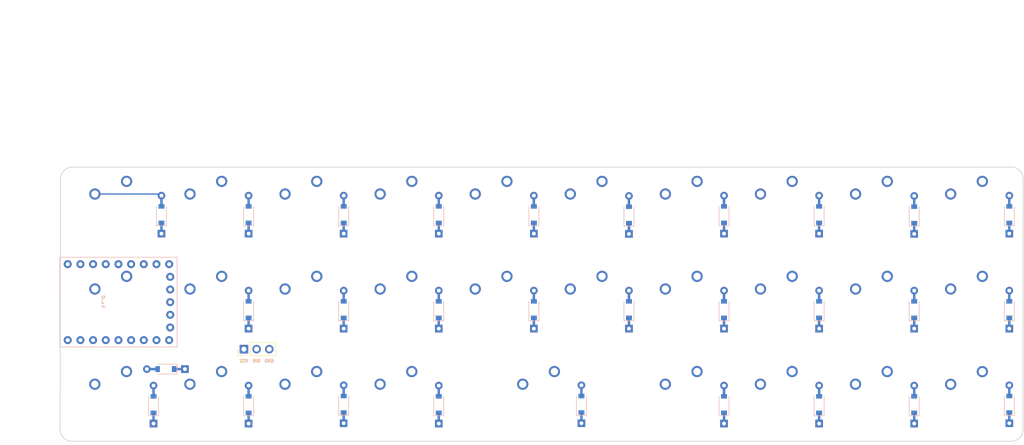
<source format=kicad_pcb>
(kicad_pcb (version 20211014) (generator pcbnew)
  (layers (0 "F.Cu" signal) (31 "B.Cu" signal) (34 "B.Paste" user) (35 "F.Paste" user) (36 "B.SilkS" user "B.Silkscreen") (37 "F.SilkS" user "F.Silkscreen") (38 "B.Mask" user) (39 "F.Mask" user) (44 "Edge.Cuts" user))
  (net 0 "")
  (net 1 "/row0")
  (net 2 "Net-(D1-Pad2)")
  (net 3 "Net-(D2-Pad2)")
  (net 4 "Net-(D3-Pad2)")
  (net 5 "Net-(D4-Pad2)")
  (net 6 "Net-(D5-Pad2)")
  (net 7 "Net-(D6-Pad2)")
  (net 8 "Net-(D7-Pad2)")
  (net 9 "Net-(D8-Pad2)")
  (net 10 "Net-(D9-Pad2)")
  (net 11 "Net-(D10-Pad2)")
  (net 12 "/row1")
  (net 13 "Net-(D11-Pad2)")
  (net 14 "Net-(D12-Pad2)")
  (net 15 "Net-(D13-Pad2)")
  (net 16 "Net-(D14-Pad2)")
  (net 17 "Net-(D15-Pad2)")
  (net 18 "Net-(D16-Pad2)")
  (net 19 "Net-(D17-Pad2)")
  (net 20 "Net-(D18-Pad2)")
  (net 21 "Net-(D19-Pad2)")
  (net 22 "Net-(D20-Pad2)")
  (net 23 "/row2")
  (net 24 "Net-(K25-Pad1)")
  (net 25 "Net-(D26-Pad2)")
  (net 26 "Net-(D27-Pad2)")
  (net 27 "Net-(D28-Pad2)")
  (net 28 "/col0")
  (net 29 "/col1")
  (net 30 "/col2")
  (net 31 "/col3")
  (net 32 "/col4")
  (net 33 "/col5")
  (net 34 "/col6")
  (net 35 "/col8")
  (net 36 "/col9")
  (net 37 "GND")
  (net 38 "VCC")
  (net 39 "/col7")
  (net 40 "RGB")
  (net 42 "Net-(D21-Pad2)")
  (net 43 "Net-(D22-Pad2)")
  (net 44 "Net-(D23-Pad2)")
  (net 45 "Net-(D24-Pad2)")
  (net 46 "Net-(D29-Pad2)")
  (net 52 "+3V3")
  (net 53 "+5V")
  (footprint "MX_Alps_Hybrid:MXOnly-1U-NoLED" (layer "F.Cu") (at 76.2 109.5375)
    (fp_text reference "K1")
    (fp_text value "KEYSW")
    (pad "" np_thru_hole circle locked (at 0 0) (size 3.9878 3.9878) (drill 3.9878) (layers *.Cu *.Mask))
    (pad "" np_thru_hole circle locked (at -5.08 0 48.0996) (size 1.75 1.75) (drill 1.75) (layers *.Cu *.Mask))
    (pad "" np_thru_hole circle locked (at 5.08 0 48.0996) (size 1.75 1.75) (drill 1.75) (layers *.Cu *.Mask))
    (pad "1" thru_hole circle locked (at -3.81 -2.54) (size 2.25 2.25) (drill 1.47) (layers *.Cu "B.Mask") (net 2 "Net-(D1-Pad2)"))
    (pad "2" thru_hole circle locked (at 2.54 -5.08) (size 2.25 2.25) (drill 1.47) (layers *.Cu "B.Mask") (net 28 "/col0"))
  )
  (footprint "MX_Alps_Hybrid:MXOnly-1U-NoLED" (layer "F.Cu") (at 95.25 109.5375)
    (fp_text reference "K2")
    (fp_text value "KEYSW")
    (pad "" np_thru_hole circle locked (at 0 0) (size 3.9878 3.9878) (drill 3.9878) (layers *.Cu *.Mask))
    (pad "" np_thru_hole circle locked (at 5.08 0 48.0996) (size 1.75 1.75) (drill 1.75) (layers *.Cu *.Mask))
    (pad "" np_thru_hole circle locked (at -5.08 0 48.0996) (size 1.75 1.75) (drill 1.75) (layers *.Cu *.Mask))
    (pad "1" thru_hole circle locked (at -3.81 -2.54) (size 2.25 2.25) (drill 1.47) (layers *.Cu "B.Mask") (net 3 "Net-(D2-Pad2)"))
    (pad "2" thru_hole circle locked (at 2.54 -5.08) (size 2.25 2.25) (drill 1.47) (layers *.Cu "B.Mask") (net 29 "/col1"))
  )
  (footprint "MX_Alps_Hybrid:MXOnly-1U-NoLED" (layer "F.Cu") (at 114.3 109.5375)
    (fp_text reference "K3")
    (fp_text value "KEYSW")
    (pad "" np_thru_hole circle locked (at 5.08 0 48.0996) (size 1.75 1.75) (drill 1.75) (layers *.Cu *.Mask))
    (pad "" np_thru_hole circle locked (at 0 0) (size 3.9878 3.9878) (drill 3.9878) (layers *.Cu *.Mask))
    (pad "" np_thru_hole circle locked (at -5.08 0 48.0996) (size 1.75 1.75) (drill 1.75) (layers *.Cu *.Mask))
    (pad "1" thru_hole circle locked (at -3.81 -2.54) (size 2.25 2.25) (drill 1.47) (layers *.Cu "B.Mask") (net 4 "Net-(D3-Pad2)"))
    (pad "2" thru_hole circle locked (at 2.54 -5.08) (size 2.25 2.25) (drill 1.47) (layers *.Cu "B.Mask") (net 30 "/col2"))
  )
  (footprint "MX_Alps_Hybrid:MXOnly-1U-NoLED" (layer "F.Cu") (at 133.35 109.5375)
    (fp_text reference "K4")
    (fp_text value "KEYSW")
    (pad "" np_thru_hole circle locked (at 5.08 0 48.0996) (size 1.75 1.75) (drill 1.75) (layers *.Cu *.Mask))
    (pad "" np_thru_hole circle locked (at 0 0) (size 3.9878 3.9878) (drill 3.9878) (layers *.Cu *.Mask))
    (pad "" np_thru_hole circle locked (at -5.08 0 48.0996) (size 1.75 1.75) (drill 1.75) (layers *.Cu *.Mask))
    (pad "1" thru_hole circle locked (at -3.81 -2.54) (size 2.25 2.25) (drill 1.47) (layers *.Cu "B.Mask") (net 5 "Net-(D4-Pad2)"))
    (pad "2" thru_hole circle locked (at 2.54 -5.08) (size 2.25 2.25) (drill 1.47) (layers *.Cu "B.Mask") (net 31 "/col3"))
  )
  (footprint "MX_Alps_Hybrid:MXOnly-1U-NoLED" (layer "F.Cu") (at 152.4 109.5375)
    (fp_text reference "K5")
    (fp_text value "KEYSW")
    (pad "" np_thru_hole circle locked (at 5.08 0 48.0996) (size 1.75 1.75) (drill 1.75) (layers *.Cu *.Mask))
    (pad "" np_thru_hole circle locked (at -5.08 0 48.0996) (size 1.75 1.75) (drill 1.75) (layers *.Cu *.Mask))
    (pad "" np_thru_hole circle locked (at 0 0) (size 3.9878 3.9878) (drill 3.9878) (layers *.Cu *.Mask))
    (pad "1" thru_hole circle locked (at -3.81 -2.54) (size 2.25 2.25) (drill 1.47) (layers *.Cu "B.Mask") (net 6 "Net-(D5-Pad2)"))
    (pad "2" thru_hole circle locked (at 2.54 -5.08) (size 2.25 2.25) (drill 1.47) (layers *.Cu "B.Mask") (net 32 "/col4"))
  )
  (footprint "MX_Alps_Hybrid:MXOnly-1U-NoLED" (layer "F.Cu") (at 171.45 109.5375)
    (fp_text reference "K6")
    (fp_text value "KEYSW")
    (pad "" np_thru_hole circle locked (at 5.08 0 48.0996) (size 1.75 1.75) (drill 1.75) (layers *.Cu *.Mask))
    (pad "" np_thru_hole circle locked (at 0 0) (size 3.9878 3.9878) (drill 3.9878) (layers *.Cu *.Mask))
    (pad "" np_thru_hole circle locked (at -5.08 0 48.0996) (size 1.75 1.75) (drill 1.75) (layers *.Cu *.Mask))
    (pad "1" thru_hole circle locked (at -3.81 -2.54) (size 2.25 2.25) (drill 1.47) (layers *.Cu "B.Mask") (net 7 "Net-(D6-Pad2)"))
    (pad "2" thru_hole circle locked (at 2.54 -5.08) (size 2.25 2.25) (drill 1.47) (layers *.Cu "B.Mask") (net 33 "/col5"))
  )
  (footprint "MX_Alps_Hybrid:MXOnly-1U-NoLED" (layer "F.Cu") (at 190.5 109.5375)
    (fp_text reference "K7")
    (fp_text value "KEYSW")
    (pad "" np_thru_hole circle locked (at -5.08 0 48.0996) (size 1.75 1.75) (drill 1.75) (layers *.Cu *.Mask))
    (pad "" np_thru_hole circle locked (at 0 0) (size 3.9878 3.9878) (drill 3.9878) (layers *.Cu *.Mask))
    (pad "" np_thru_hole circle locked (at 5.08 0 48.0996) (size 1.75 1.75) (drill 1.75) (layers *.Cu *.Mask))
    (pad "1" thru_hole circle locked (at -3.81 -2.54) (size 2.25 2.25) (drill 1.47) (layers *.Cu "B.Mask") (net 8 "Net-(D7-Pad2)"))
    (pad "2" thru_hole circle locked (at 2.54 -5.08) (size 2.25 2.25) (drill 1.47) (layers *.Cu "B.Mask") (net 34 "/col6"))
  )
  (footprint "MX_Alps_Hybrid:MXOnly-1U-NoLED" (layer "F.Cu") (at 209.55 109.5375)
    (fp_text reference "K8")
    (fp_text value "KEYSW")
    (pad "" np_thru_hole circle locked (at 5.08 0 48.0996) (size 1.75 1.75) (drill 1.75) (layers *.Cu *.Mask))
    (pad "" np_thru_hole circle locked (at -5.08 0 48.0996) (size 1.75 1.75) (drill 1.75) (layers *.Cu *.Mask))
    (pad "" np_thru_hole circle locked (at 0 0) (size 3.9878 3.9878) (drill 3.9878) (layers *.Cu *.Mask))
    (pad "1" thru_hole circle locked (at -3.81 -2.54) (size 2.25 2.25) (drill 1.47) (layers *.Cu "B.Mask") (net 9 "Net-(D8-Pad2)"))
    (pad "2" thru_hole circle locked (at 2.54 -5.08) (size 2.25 2.25) (drill 1.47) (layers *.Cu "B.Mask") (net 39 "/col7"))
  )
  (footprint "MX_Alps_Hybrid:MXOnly-1U-NoLED" (layer "F.Cu") (at 228.6 109.5375)
    (fp_text reference "K9")
    (fp_text value "KEYSW")
    (pad "" np_thru_hole circle locked (at -5.08 0 48.0996) (size 1.75 1.75) (drill 1.75) (layers *.Cu *.Mask))
    (pad "" np_thru_hole circle locked (at 5.08 0 48.0996) (size 1.75 1.75) (drill 1.75) (layers *.Cu *.Mask))
    (pad "" np_thru_hole circle locked (at 0 0) (size 3.9878 3.9878) (drill 3.9878) (layers *.Cu *.Mask))
    (pad "1" thru_hole circle locked (at -3.81 -2.54) (size 2.25 2.25) (drill 1.47) (layers *.Cu "B.Mask") (net 10 "Net-(D9-Pad2)"))
    (pad "2" thru_hole circle locked (at 2.54 -5.08) (size 2.25 2.25) (drill 1.47) (layers *.Cu "B.Mask") (net 35 "/col8"))
  )
  (footprint "MX_Alps_Hybrid:MXOnly-1U-NoLED" (layer "F.Cu") (at 247.65 109.5375)
    (fp_text reference "K10")
    (fp_text value "KEYSW")
    (pad "" np_thru_hole circle locked (at 0 0) (size 3.9878 3.9878) (drill 3.9878) (layers *.Cu *.Mask))
    (pad "" np_thru_hole circle locked (at -5.08 0 48.0996) (size 1.75 1.75) (drill 1.75) (layers *.Cu *.Mask))
    (pad "" np_thru_hole circle locked (at 5.08 0 48.0996) (size 1.75 1.75) (drill 1.75) (layers *.Cu *.Mask))
    (pad "1" thru_hole circle locked (at -3.81 -2.54) (size 2.25 2.25) (drill 1.47) (layers *.Cu "B.Mask") (net 11 "Net-(D10-Pad2)"))
    (pad "2" thru_hole circle locked (at 2.54 -5.08) (size 2.25 2.25) (drill 1.47) (layers *.Cu "B.Mask") (net 36 "/col9"))
  )
  (footprint "MX_Alps_Hybrid:MXOnly-1U-NoLED" (layer "F.Cu") (at 76.2 128.5875)
    (fp_text reference "K11")
    (fp_text value "KEYSW")
    (pad "" np_thru_hole circle locked (at 0 0) (size 3.9878 3.9878) (drill 3.9878) (layers *.Cu *.Mask))
    (pad "" np_thru_hole circle locked (at 5.08 0 48.0996) (size 1.75 1.75) (drill 1.75) (layers *.Cu *.Mask))
    (pad "" np_thru_hole circle locked (at -5.08 0 48.0996) (size 1.75 1.75) (drill 1.75) (layers *.Cu *.Mask))
    (pad "1" thru_hole circle locked (at -3.81 -2.54) (size 2.25 2.25) (drill 1.47) (layers *.Cu "B.Mask") (net 13 "Net-(D11-Pad2)"))
    (pad "2" thru_hole circle locked (at 2.54 -5.08) (size 2.25 2.25) (drill 1.47) (layers *.Cu "B.Mask") (net 28 "/col0"))
  )
  (footprint "MX_Alps_Hybrid:MXOnly-1U-NoLED" (layer "F.Cu") (at 95.25 128.5875)
    (fp_text reference "K12")
    (fp_text value "KEYSW")
    (pad "" np_thru_hole circle locked (at 5.08 0 48.0996) (size 1.75 1.75) (drill 1.75) (layers *.Cu *.Mask))
    (pad "" np_thru_hole circle locked (at 0 0) (size 3.9878 3.9878) (drill 3.9878) (layers *.Cu *.Mask))
    (pad "" np_thru_hole circle locked (at -5.08 0 48.0996) (size 1.75 1.75) (drill 1.75) (layers *.Cu *.Mask))
    (pad "1" thru_hole circle locked (at -3.81 -2.54) (size 2.25 2.25) (drill 1.47) (layers *.Cu "B.Mask") (net 14 "Net-(D12-Pad2)"))
    (pad "2" thru_hole circle locked (at 2.54 -5.08) (size 2.25 2.25) (drill 1.47) (layers *.Cu "B.Mask") (net 29 "/col1"))
  )
  (footprint "MX_Alps_Hybrid:MXOnly-1U-NoLED" (layer "F.Cu") (at 114.3 128.5875)
    (fp_text reference "K13")
    (fp_text value "KEYSW")
    (pad "" np_thru_hole circle locked (at 0 0) (size 3.9878 3.9878) (drill 3.9878) (layers *.Cu *.Mask))
    (pad "" np_thru_hole circle locked (at 5.08 0 48.0996) (size 1.75 1.75) (drill 1.75) (layers *.Cu *.Mask))
    (pad "" np_thru_hole circle locked (at -5.08 0 48.0996) (size 1.75 1.75) (drill 1.75) (layers *.Cu *.Mask))
    (pad "1" thru_hole circle locked (at -3.81 -2.54) (size 2.25 2.25) (drill 1.47) (layers *.Cu "B.Mask") (net 15 "Net-(D13-Pad2)"))
    (pad "2" thru_hole circle locked (at 2.54 -5.08) (size 2.25 2.25) (drill 1.47) (layers *.Cu "B.Mask") (net 30 "/col2"))
  )
  (footprint "MX_Alps_Hybrid:MXOnly-1U-NoLED" (layer "F.Cu") (at 133.35 128.5875)
    (fp_text reference "K14")
    (fp_text value "KEYSW")
    (pad "" np_thru_hole circle locked (at 0 0) (size 3.9878 3.9878) (drill 3.9878) (layers *.Cu *.Mask))
    (pad "" np_thru_hole circle locked (at -5.08 0 48.0996) (size 1.75 1.75) (drill 1.75) (layers *.Cu *.Mask))
    (pad "" np_thru_hole circle locked (at 5.08 0 48.0996) (size 1.75 1.75) (drill 1.75) (layers *.Cu *.Mask))
    (pad "1" thru_hole circle locked (at -3.81 -2.54) (size 2.25 2.25) (drill 1.47) (layers *.Cu "B.Mask") (net 16 "Net-(D14-Pad2)"))
    (pad "2" thru_hole circle locked (at 2.54 -5.08) (size 2.25 2.25) (drill 1.47) (layers *.Cu "B.Mask") (net 31 "/col3"))
  )
  (footprint "MX_Alps_Hybrid:MXOnly-1U-NoLED" (layer "F.Cu") (at 152.4 128.5875)
    (fp_text reference "K15")
    (fp_text value "KEYSW")
    (pad "" np_thru_hole circle locked (at 5.08 0 48.0996) (size 1.75 1.75) (drill 1.75) (layers *.Cu *.Mask))
    (pad "" np_thru_hole circle locked (at -5.08 0 48.0996) (size 1.75 1.75) (drill 1.75) (layers *.Cu *.Mask))
    (pad "" np_thru_hole circle locked (at 0 0) (size 3.9878 3.9878) (drill 3.9878) (layers *.Cu *.Mask))
    (pad "1" thru_hole circle locked (at -3.81 -2.54) (size 2.25 2.25) (drill 1.47) (layers *.Cu "B.Mask") (net 17 "Net-(D15-Pad2)"))
    (pad "2" thru_hole circle locked (at 2.54 -5.08) (size 2.25 2.25) (drill 1.47) (layers *.Cu "B.Mask") (net 32 "/col4"))
  )
  (footprint "MX_Alps_Hybrid:MXOnly-1U-NoLED" (layer "F.Cu") (at 171.45 128.5875)
    (fp_text reference "K16")
    (fp_text value "KEYSW")
    (pad "" np_thru_hole circle locked (at 5.08 0 48.0996) (size 1.75 1.75) (drill 1.75) (layers *.Cu *.Mask))
    (pad "" np_thru_hole circle locked (at -5.08 0 48.0996) (size 1.75 1.75) (drill 1.75) (layers *.Cu *.Mask))
    (pad "" np_thru_hole circle locked (at 0 0) (size 3.9878 3.9878) (drill 3.9878) (layers *.Cu *.Mask))
    (pad "1" thru_hole circle locked (at -3.81 -2.54) (size 2.25 2.25) (drill 1.47) (layers *.Cu "B.Mask") (net 18 "Net-(D16-Pad2)"))
    (pad "2" thru_hole circle locked (at 2.54 -5.08) (size 2.25 2.25) (drill 1.47) (layers *.Cu "B.Mask") (net 33 "/col5"))
  )
  (footprint "MX_Alps_Hybrid:MXOnly-1U-NoLED" (layer "F.Cu") (at 190.5 128.5875)
    (fp_text reference "K17")
    (fp_text value "KEYSW")
    (pad "" np_thru_hole circle locked (at -5.08 0 48.0996) (size 1.75 1.75) (drill 1.75) (layers *.Cu *.Mask))
    (pad "" np_thru_hole circle locked (at 5.08 0 48.0996) (size 1.75 1.75) (drill 1.75) (layers *.Cu *.Mask))
    (pad "" np_thru_hole circle locked (at 0 0) (size 3.9878 3.9878) (drill 3.9878) (layers *.Cu *.Mask))
    (pad "1" thru_hole circle locked (at -3.81 -2.54) (size 2.25 2.25) (drill 1.47) (layers *.Cu "B.Mask") (net 19 "Net-(D17-Pad2)"))
    (pad "2" thru_hole circle locked (at 2.54 -5.08) (size 2.25 2.25) (drill 1.47) (layers *.Cu "B.Mask") (net 34 "/col6"))
  )
  (footprint "MX_Alps_Hybrid:MXOnly-1U-NoLED" (layer "F.Cu") (at 209.55 128.5875)
    (fp_text reference "K18")
    (fp_text value "KEYSW")
    (pad "" np_thru_hole circle locked (at -5.08 0 48.0996) (size 1.75 1.75) (drill 1.75) (layers *.Cu *.Mask))
    (pad "" np_thru_hole circle locked (at 5.08 0 48.0996) (size 1.75 1.75) (drill 1.75) (layers *.Cu *.Mask))
    (pad "" np_thru_hole circle locked (at 0 0) (size 3.9878 3.9878) (drill 3.9878) (layers *.Cu *.Mask))
    (pad "1" thru_hole circle locked (at -3.81 -2.54) (size 2.25 2.25) (drill 1.47) (layers *.Cu "B.Mask") (net 20 "Net-(D18-Pad2)"))
    (pad "2" thru_hole circle locked (at 2.54 -5.08) (size 2.25 2.25) (drill 1.47) (layers *.Cu "B.Mask") (net 39 "/col7"))
  )
  (footprint "MX_Alps_Hybrid:MXOnly-1U-NoLED" (layer "F.Cu") (at 228.6 128.5875)
    (fp_text reference "K19")
    (fp_text value "KEYSW")
    (pad "" np_thru_hole circle locked (at 5.08 0 48.0996) (size 1.75 1.75) (drill 1.75) (layers *.Cu *.Mask))
    (pad "" np_thru_hole circle locked (at 0 0) (size 3.9878 3.9878) (drill 3.9878) (layers *.Cu *.Mask))
    (pad "" np_thru_hole circle locked (at -5.08 0 48.0996) (size 1.75 1.75) (drill 1.75) (layers *.Cu *.Mask))
    (pad "1" thru_hole circle locked (at -3.81 -2.54) (size 2.25 2.25) (drill 1.47) (layers *.Cu "B.Mask") (net 21 "Net-(D19-Pad2)"))
    (pad "2" thru_hole circle locked (at 2.54 -5.08) (size 2.25 2.25) (drill 1.47) (layers *.Cu "B.Mask") (net 35 "/col8"))
  )
  (footprint "MX_Alps_Hybrid:MXOnly-1U-NoLED" (layer "F.Cu") (at 247.65 128.5875)
    (fp_text reference "K20")
    (fp_text value "KEYSW")
    (pad "" np_thru_hole circle locked (at -5.08 0 48.0996) (size 1.75 1.75) (drill 1.75) (layers *.Cu *.Mask))
    (pad "" np_thru_hole circle locked (at 0 0) (size 3.9878 3.9878) (drill 3.9878) (layers *.Cu *.Mask))
    (pad "" np_thru_hole circle locked (at 5.08 0 48.0996) (size 1.75 1.75) (drill 1.75) (layers *.Cu *.Mask))
    (pad "1" thru_hole circle locked (at -3.81 -2.54) (size 2.25 2.25) (drill 1.47) (layers *.Cu "B.Mask") (net 22 "Net-(D20-Pad2)"))
    (pad "2" thru_hole circle locked (at 2.54 -5.08) (size 2.25 2.25) (drill 1.47) (layers *.Cu "B.Mask") (net 36 "/col9"))
  )
  (footprint "MX_Alps_Hybrid:MXOnly-1U-NoLED" (layer "F.Cu") (at 76.1869 147.6812)
    (fp_text reference "K21")
    (fp_text value "KEYSW")
    (pad "" np_thru_hole circle locked (at -5.08 0 48.0996) (size 1.75 1.75) (drill 1.75) (layers *.Cu *.Mask))
    (pad "" np_thru_hole circle locked (at 0 0) (size 3.9878 3.9878) (drill 3.9878) (layers *.Cu *.Mask))
    (pad "" np_thru_hole circle locked (at 5.08 0 48.0996) (size 1.75 1.75) (drill 1.75) (layers *.Cu *.Mask))
    (pad "1" thru_hole circle locked (at -3.81 -2.54) (size 2.25 2.25) (drill 1.47) (layers *.Cu "B.Mask") (net 42 "Net-(D21-Pad2)"))
    (pad "2" thru_hole circle locked (at 2.54 -5.08) (size 2.25 2.25) (drill 1.47) (layers *.Cu "B.Mask") (net 28 "/col0"))
  )
  (footprint "MX_Alps_Hybrid:MXOnly-1U-NoLED" (layer "F.Cu") (at 95.2369 147.6812)
    (fp_text reference "K22")
    (fp_text value "KEYSW")
    (pad "" np_thru_hole circle locked (at 0 0) (size 3.9878 3.9878) (drill 3.9878) (layers *.Cu *.Mask))
    (pad "" np_thru_hole circle locked (at -5.08 0 48.0996) (size 1.75 1.75) (drill 1.75) (layers *.Cu *.Mask))
    (pad "" np_thru_hole circle locked (at 5.08 0 48.0996) (size 1.75 1.75) (drill 1.75) (layers *.Cu *.Mask))
    (pad "1" thru_hole circle locked (at -3.81 -2.54) (size 2.25 2.25) (drill 1.47) (layers *.Cu "B.Mask") (net 43 "Net-(D22-Pad2)"))
    (pad "2" thru_hole circle locked (at 2.54 -5.08) (size 2.25 2.25) (drill 1.47) (layers *.Cu "B.Mask") (net 29 "/col1"))
  )
  (footprint "MX_Alps_Hybrid:MXOnly-1U-NoLED" (layer "F.Cu") (at 114.2869 147.6812)
    (fp_text reference "K23")
    (fp_text value "KEYSW")
    (pad "" np_thru_hole circle locked (at 0 0) (size 3.9878 3.9878) (drill 3.9878) (layers *.Cu *.Mask))
    (pad "" np_thru_hole circle locked (at 5.08 0 48.0996) (size 1.75 1.75) (drill 1.75) (layers *.Cu *.Mask))
    (pad "" np_thru_hole circle locked (at -5.08 0 48.0996) (size 1.75 1.75) (drill 1.75) (layers *.Cu *.Mask))
    (pad "1" thru_hole circle locked (at -3.81 -2.54) (size 2.25 2.25) (drill 1.47) (layers *.Cu "B.Mask") (net 44 "Net-(D23-Pad2)"))
    (pad "2" thru_hole circle locked (at 2.54 -5.08) (size 2.25 2.25) (drill 1.47) (layers *.Cu "B.Mask") (net 30 "/col2"))
  )
  (footprint "MX_Alps_Hybrid:MXOnly-1U-NoLED" (layer "F.Cu") (at 133.3369 147.6812)
    (fp_text reference "K24")
    (fp_text value "KEYSW")
    (pad "" np_thru_hole circle locked (at 5.08 0 48.0996) (size 1.75 1.75) (drill 1.75) (layers *.Cu *.Mask))
    (pad "" np_thru_hole circle locked (at -5.08 0 48.0996) (size 1.75 1.75) (drill 1.75) (layers *.Cu *.Mask))
    (pad "" np_thru_hole circle locked (at 0 0) (size 3.9878 3.9878) (drill 3.9878) (layers *.Cu *.Mask))
    (pad "1" thru_hole circle locked (at -3.81 -2.54) (size 2.25 2.25) (drill 1.47) (layers *.Cu "B.Mask") (net 45 "Net-(D24-Pad2)"))
    (pad "2" thru_hole circle locked (at 2.54 -5.08) (size 2.25 2.25) (drill 1.47) (layers *.Cu "B.Mask") (net 31 "/col3"))
  )
  (footprint "MX_Alps_Hybrid:MXOnly-2U-ReversedStabilizers-NoLED" (layer "F.Cu") (at 161.9119 147.6812)
    (fp_text reference "K25")
    (fp_text value "KEYSW")
    (pad "" np_thru_hole circle locked (at 11.90625 -8.255) (size 3.9878 3.9878) (drill 3.9878) (layers *.Cu *.Mask))
    (pad "" np_thru_hole circle locked (at 11.90625 6.985) (size 3.048 3.048) (drill 3.048) (layers *.Cu *.Mask))
    (pad "" np_thru_hole circle locked (at -11.90625 6.985) (size 3.048 3.048) (drill 3.048) (layers *.Cu *.Mask))
    (pad "" np_thru_hole circle locked (at -5.08 0 48.0996) (size 1.75 1.75) (drill 1.75) (layers *.Cu *.Mask))
    (pad "" np_thru_hole circle locked (at 0 0) (size 3.9878 3.9878) (drill 3.9878) (layers *.Cu *.Mask))
    (pad "" np_thru_hole circle locked (at 5.08 0 48.0996) (size 1.75 1.75) (drill 1.75) (layers *.Cu *.Mask))
    (pad "" np_thru_hole circle locked (at -11.90625 -8.255) (size 3.9878 3.9878) (drill 3.9878) (layers *.Cu *.Mask))
    (pad "1" thru_hole circle locked (at -3.81 -2.54) (size 2.25 2.25) (drill 1.47) (layers *.Cu "B.Mask") (net 24 "Net-(K25-Pad1)"))
    (pad "2" thru_hole circle locked (at 2.54 -5.08) (size 2.25 2.25) (drill 1.47) (layers *.Cu "B.Mask") (net 33 "/col5"))
  )
  (footprint "MX_Alps_Hybrid:MXOnly-1U-NoLED" (layer "F.Cu") (at 190.4869 147.6812)
    (fp_text reference "K26")
    (fp_text value "KEYSW")
    (pad "" np_thru_hole circle locked (at 0 0) (size 3.9878 3.9878) (drill 3.9878) (layers *.Cu *.Mask))
    (pad "" np_thru_hole circle locked (at -5.08 0 48.0996) (size 1.75 1.75) (drill 1.75) (layers *.Cu *.Mask))
    (pad "" np_thru_hole circle locked (at 5.08 0 48.0996) (size 1.75 1.75) (drill 1.75) (layers *.Cu *.Mask))
    (pad "1" thru_hole circle locked (at -3.81 -2.54) (size 2.25 2.25) (drill 1.47) (layers *.Cu "B.Mask") (net 25 "Net-(D26-Pad2)"))
    (pad "2" thru_hole circle locked (at 2.54 -5.08) (size 2.25 2.25) (drill 1.47) (layers *.Cu "B.Mask") (net 34 "/col6"))
  )
  (footprint "MX_Alps_Hybrid:MXOnly-1U-NoLED" (layer "F.Cu") (at 209.5369 147.6812)
    (fp_text reference "K27")
    (fp_text value "KEYSW")
    (pad "" np_thru_hole circle locked (at 0 0) (size 3.9878 3.9878) (drill 3.9878) (layers *.Cu *.Mask))
    (pad "" np_thru_hole circle locked (at 5.08 0 48.0996) (size 1.75 1.75) (drill 1.75) (layers *.Cu *.Mask))
    (pad "" np_thru_hole circle locked (at -5.08 0 48.0996) (size 1.75 1.75) (drill 1.75) (layers *.Cu *.Mask))
    (pad "1" thru_hole circle locked (at -3.81 -2.54) (size 2.25 2.25) (drill 1.47) (layers *.Cu "B.Mask") (net 26 "Net-(D27-Pad2)"))
    (pad "2" thru_hole circle locked (at 2.54 -5.08) (size 2.25 2.25) (drill 1.47) (layers *.Cu "B.Mask") (net 39 "/col7"))
  )
  (footprint "MX_Alps_Hybrid:MXOnly-1U-NoLED" (layer "F.Cu") (at 228.5869 147.6812)
    (fp_text reference "K28")
    (fp_text value "KEYSW")
    (pad "" np_thru_hole circle locked (at 5.08 0 48.0996) (size 1.75 1.75) (drill 1.75) (layers *.Cu *.Mask))
    (pad "" np_thru_hole circle locked (at 0 0) (size 3.9878 3.9878) (drill 3.9878) (layers *.Cu *.Mask))
    (pad "" np_thru_hole circle locked (at -5.08 0 48.0996) (size 1.75 1.75) (drill 1.75) (layers *.Cu *.Mask))
    (pad "1" thru_hole circle locked (at -3.81 -2.54) (size 2.25 2.25) (drill 1.47) (layers *.Cu "B.Mask") (net 27 "Net-(D28-Pad2)"))
    (pad "2" thru_hole circle locked (at 2.54 -5.08) (size 2.25 2.25) (drill 1.47) (layers *.Cu "B.Mask") (net 35 "/col8"))
  )
  (footprint "combodiode:ComboDiode" (layer "F.Cu") (at 85.725 111.125 90)
    (fp_text reference "D1" hide)
    (fp_text value "D")
    (pad "1" thru_hole rect locked (at -3.81 0 90) (size 1.524 1.524) (drill 0.762) (layers *.Cu *.Mask) (net 1 "/row0"))
    (pad "1" smd rect locked (at -1.65 0 90) (size 0.9 1.2) (layers "B.Cu" "B.Paste" "B.Mask") (net 1 "/row0"))
    (pad "1" connect rect locked (at -2.54 0 90) (size 1.524 0.5) (layers "B.Cu") (net 1 "/row0"))
    (pad "2" thru_hole circle locked (at 3.81 0 90) (size 1.524 1.524) (drill 0.762) (layers *.Cu *.Mask) (net 2 "Net-(D1-Pad2)"))
    (pad "2" connect rect locked (at 2.54 0 90) (size 1.524 0.5) (layers "B.Cu") (net 2 "Net-(D1-Pad2)"))
    (pad "2" smd rect locked (at 1.65 0 90) (size 0.9 1.2) (layers "B.Cu" "B.Paste" "B.Mask") (net 2 "Net-(D1-Pad2)"))
  )
  (footprint "combodiode:ComboDiode" (layer "F.Cu") (at 103.1875 111.125 90)
    (fp_text reference "D2" hide)
    (fp_text value "D")
    (pad "1" smd rect locked (at -1.65 0 90) (size 0.9 1.2) (layers "B.Cu" "B.Paste" "B.Mask") (net 1 "/row0"))
    (pad "1" thru_hole rect locked (at -3.81 0 90) (size 1.524 1.524) (drill 0.762) (layers *.Cu *.Mask) (net 1 "/row0"))
    (pad "1" connect rect locked (at -2.54 0 90) (size 1.524 0.5) (layers "B.Cu") (net 1 "/row0"))
    (pad "2" smd rect locked (at 1.65 0 90) (size 0.9 1.2) (layers "B.Cu" "B.Paste" "B.Mask") (net 3 "Net-(D2-Pad2)"))
    (pad "2" thru_hole circle locked (at 3.81 0 90) (size 1.524 1.524) (drill 0.762) (layers *.Cu *.Mask) (net 3 "Net-(D2-Pad2)"))
    (pad "2" connect rect locked (at 2.54 0 90) (size 1.524 0.5) (layers "B.Cu") (net 3 "Net-(D2-Pad2)"))
  )
  (footprint "combodiode:ComboDiode" (layer "F.Cu") (at 122.2375 111.125 90)
    (fp_text reference "D3" hide)
    (fp_text value "D")
    (pad "1" smd rect locked (at -1.65 0 90) (size 0.9 1.2) (layers "B.Cu" "B.Paste" "B.Mask") (net 1 "/row0"))
    (pad "1" connect rect locked (at -2.54 0 90) (size 1.524 0.5) (layers "B.Cu") (net 1 "/row0"))
    (pad "1" thru_hole rect locked (at -3.81 0 90) (size 1.524 1.524) (drill 0.762) (layers *.Cu *.Mask) (net 1 "/row0"))
    (pad "2" smd rect locked (at 1.65 0 90) (size 0.9 1.2) (layers "B.Cu" "B.Paste" "B.Mask") (net 4 "Net-(D3-Pad2)"))
    (pad "2" thru_hole circle locked (at 3.81 0 90) (size 1.524 1.524) (drill 0.762) (layers *.Cu *.Mask) (net 4 "Net-(D3-Pad2)"))
    (pad "2" connect rect locked (at 2.54 0 90) (size 1.524 0.5) (layers "B.Cu") (net 4 "Net-(D3-Pad2)"))
  )
  (footprint "combodiode:ComboDiode" (layer "F.Cu") (at 141.2875 111.125 90)
    (fp_text reference "D4" hide)
    (fp_text value "D")
    (pad "1" connect rect locked (at -2.54 0 90) (size 1.524 0.5) (layers "B.Cu") (net 1 "/row0"))
    (pad "1" thru_hole rect locked (at -3.81 0 90) (size 1.524 1.524) (drill 0.762) (layers *.Cu *.Mask) (net 1 "/row0"))
    (pad "1" smd rect locked (at -1.65 0 90) (size 0.9 1.2) (layers "B.Cu" "B.Paste" "B.Mask") (net 1 "/row0"))
    (pad "2" thru_hole circle locked (at 3.81 0 90) (size 1.524 1.524) (drill 0.762) (layers *.Cu *.Mask) (net 5 "Net-(D4-Pad2)"))
    (pad "2" smd rect locked (at 1.65 0 90) (size 0.9 1.2) (layers "B.Cu" "B.Paste" "B.Mask") (net 5 "Net-(D4-Pad2)"))
    (pad "2" connect rect locked (at 2.54 0 90) (size 1.524 0.5) (layers "B.Cu") (net 5 "Net-(D4-Pad2)"))
  )
  (footprint "combodiode:ComboDiode" (layer "F.Cu") (at 160.3375 111.125 90)
    (fp_text reference "D5" hide)
    (fp_text value "D")
    (pad "1" connect rect locked (at -2.54 0 90) (size 1.524 0.5) (layers "B.Cu") (net 1 "/row0"))
    (pad "1" smd rect locked (at -1.65 0 90) (size 0.9 1.2) (layers "B.Cu" "B.Paste" "B.Mask") (net 1 "/row0"))
    (pad "1" thru_hole rect locked (at -3.81 0 90) (size 1.524 1.524) (drill 0.762) (layers *.Cu *.Mask) (net 1 "/row0"))
    (pad "2" connect rect locked (at 2.54 0 90) (size 1.524 0.5) (layers "B.Cu") (net 6 "Net-(D5-Pad2)"))
    (pad "2" smd rect locked (at 1.65 0 90) (size 0.9 1.2) (layers "B.Cu" "B.Paste" "B.Mask") (net 6 "Net-(D5-Pad2)"))
    (pad "2" thru_hole circle locked (at 3.81 0 90) (size 1.524 1.524) (drill 0.762) (layers *.Cu *.Mask) (net 6 "Net-(D5-Pad2)"))
  )
  (footprint "combodiode:ComboDiode" (layer "F.Cu") (at 179.3875 111.1875 90)
    (fp_text reference "D6" hide)
    (fp_text value "D")
    (pad "1" smd rect locked (at -1.65 0 90) (size 0.9 1.2) (layers "B.Cu" "B.Paste" "B.Mask") (net 1 "/row0"))
    (pad "1" thru_hole rect locked (at -3.81 0 90) (size 1.524 1.524) (drill 0.762) (layers *.Cu *.Mask) (net 1 "/row0"))
    (pad "1" connect rect locked (at -2.54 0 90) (size 1.524 0.5) (layers "B.Cu") (net 1 "/row0"))
    (pad "2" smd rect locked (at 1.65 0 90) (size 0.9 1.2) (layers "B.Cu" "B.Paste" "B.Mask") (net 7 "Net-(D6-Pad2)"))
    (pad "2" connect rect locked (at 2.54 0 90) (size 1.524 0.5) (layers "B.Cu") (net 7 "Net-(D6-Pad2)"))
    (pad "2" thru_hole circle locked (at 3.81 0 90) (size 1.524 1.524) (drill 0.762) (layers *.Cu *.Mask) (net 7 "Net-(D6-Pad2)"))
  )
  (footprint "combodiode:ComboDiode" (layer "F.Cu") (at 198.4375 111.125 90)
    (fp_text reference "D7" hide)
    (fp_text value "D")
    (pad "1" connect rect locked (at -2.54 0 90) (size 1.524 0.5) (layers "B.Cu") (net 1 "/row0"))
    (pad "1" smd rect locked (at -1.65 0 90) (size 0.9 1.2) (layers "B.Cu" "B.Paste" "B.Mask") (net 1 "/row0"))
    (pad "1" thru_hole rect locked (at -3.81 0 90) (size 1.524 1.524) (drill 0.762) (layers *.Cu *.Mask) (net 1 "/row0"))
    (pad "2" thru_hole circle locked (at 3.81 0 90) (size 1.524 1.524) (drill 0.762) (layers *.Cu *.Mask) (net 8 "Net-(D7-Pad2)"))
    (pad "2" connect rect locked (at 2.54 0 90) (size 1.524 0.5) (layers "B.Cu") (net 8 "Net-(D7-Pad2)"))
    (pad "2" smd rect locked (at 1.65 0 90) (size 0.9 1.2) (layers "B.Cu" "B.Paste" "B.Mask") (net 8 "Net-(D7-Pad2)"))
  )
  (footprint "combodiode:ComboDiode" (layer "F.Cu") (at 217.4875 111.125 90)
    (fp_text reference "D8" hide)
    (fp_text value "D")
    (pad "1" smd rect locked (at -1.65 0 90) (size 0.9 1.2) (layers "B.Cu" "B.Paste" "B.Mask") (net 1 "/row0"))
    (pad "1" connect rect locked (at -2.54 0 90) (size 1.524 0.5) (layers "B.Cu") (net 1 "/row0"))
    (pad "1" thru_hole rect locked (at -3.81 0 90) (size 1.524 1.524) (drill 0.762) (layers *.Cu *.Mask) (net 1 "/row0"))
    (pad "2" smd rect locked (at 1.65 0 90) (size 0.9 1.2) (layers "B.Cu" "B.Paste" "B.Mask") (net 9 "Net-(D8-Pad2)"))
    (pad "2" thru_hole circle locked (at 3.81 0 90) (size 1.524 1.524) (drill 0.762) (layers *.Cu *.Mask) (net 9 "Net-(D8-Pad2)"))
    (pad "2" connect rect locked (at 2.54 0 90) (size 1.524 0.5) (layers "B.Cu") (net 9 "Net-(D8-Pad2)"))
  )
  (footprint "combodiode:ComboDiode" (layer "F.Cu") (at 236.5375 111.1875 90)
    (fp_text reference "D9" hide)
    (fp_text value "D")
    (pad "1" connect rect locked (at -2.54 0 90) (size 1.524 0.5) (layers "B.Cu") (net 1 "/row0"))
    (pad "1" thru_hole rect locked (at -3.81 0 90) (size 1.524 1.524) (drill 0.762) (layers *.Cu *.Mask) (net 1 "/row0"))
    (pad "1" smd rect locked (at -1.65 0 90) (size 0.9 1.2) (layers "B.Cu" "B.Paste" "B.Mask") (net 1 "/row0"))
    (pad "2" thru_hole circle locked (at 3.81 0 90) (size 1.524 1.524) (drill 0.762) (layers *.Cu *.Mask) (net 10 "Net-(D9-Pad2)"))
    (pad "2" smd rect locked (at 1.65 0 90) (size 0.9 1.2) (layers "B.Cu" "B.Paste" "B.Mask") (net 10 "Net-(D9-Pad2)"))
    (pad "2" connect rect locked (at 2.54 0 90) (size 1.524 0.5) (layers "B.Cu") (net 10 "Net-(D9-Pad2)"))
  )
  (footprint "combodiode:ComboDiode" (layer "F.Cu") (at 255.5875 111.125 90)
    (fp_text reference "D10" hide)
    (fp_text value "D")
    (pad "1" connect rect locked (at -2.54 0 90) (size 1.524 0.5) (layers "B.Cu") (net 1 "/row0"))
    (pad "1" thru_hole rect locked (at -3.81 0 90) (size 1.524 1.524) (drill 0.762) (layers *.Cu *.Mask) (net 1 "/row0"))
    (pad "1" smd rect locked (at -1.65 0 90) (size 0.9 1.2) (layers "B.Cu" "B.Paste" "B.Mask") (net 1 "/row0"))
    (pad "2" smd rect locked (at 1.65 0 90) (size 0.9 1.2) (layers "B.Cu" "B.Paste" "B.Mask") (net 11 "Net-(D10-Pad2)"))
    (pad "2" thru_hole circle locked (at 3.81 0 90) (size 1.524 1.524) (drill 0.762) (layers *.Cu *.Mask) (net 11 "Net-(D10-Pad2)"))
    (pad "2" connect rect locked (at 2.54 0 90) (size 1.524 0.5) (layers "B.Cu") (net 11 "Net-(D10-Pad2)"))
  )
  (footprint "combodiode:ComboDiode" (layer "F.Cu") (at 86.614 142.113 180)
    (fp_text reference "D11" hide)
    (fp_text value "D")
    (pad "1" smd rect locked (at -1.65 0 180) (size 0.9 1.2) (layers "B.Cu" "B.Paste" "B.Mask") (net 12 "/row1"))
    (pad "1" thru_hole rect locked (at -3.81 0 180) (size 1.524 1.524) (drill 0.762) (layers *.Cu *.Mask) (net 12 "/row1"))
    (pad "1" connect rect locked (at -2.54 0 180) (size 1.524 0.5) (layers "B.Cu") (net 12 "/row1"))
    (pad "2" smd rect locked (at 1.65 0 180) (size 0.9 1.2) (layers "B.Cu" "B.Paste" "B.Mask") (net 13 "Net-(D11-Pad2)"))
    (pad "2" thru_hole circle locked (at 3.81 0 180) (size 1.524 1.524) (drill 0.762) (layers *.Cu *.Mask) (net 13 "Net-(D11-Pad2)"))
    (pad "2" connect rect locked (at 2.54 0 180) (size 1.524 0.5) (layers "B.Cu") (net 13 "Net-(D11-Pad2)"))
  )
  (footprint "combodiode:ComboDiode" (layer "F.Cu") (at 103.1875 130.175 90)
    (fp_text reference "D12" hide)
    (fp_text value "D")
    (pad "1" smd rect locked (at -1.65 0 90) (size 0.9 1.2) (layers "B.Cu" "B.Paste" "B.Mask") (net 12 "/row1"))
    (pad "1" connect rect locked (at -2.54 0 90) (size 1.524 0.5) (layers "B.Cu") (net 12 "/row1"))
    (pad "1" thru_hole rect locked (at -3.81 0 90) (size 1.524 1.524) (drill 0.762) (layers *.Cu *.Mask) (net 12 "/row1"))
    (pad "2" thru_hole circle locked (at 3.81 0 90) (size 1.524 1.524) (drill 0.762) (layers *.Cu *.Mask) (net 14 "Net-(D12-Pad2)"))
    (pad "2" connect rect locked (at 2.54 0 90) (size 1.524 0.5) (layers "B.Cu") (net 14 "Net-(D12-Pad2)"))
    (pad "2" smd rect locked (at 1.65 0 90) (size 0.9 1.2) (layers "B.Cu" "B.Paste" "B.Mask") (net 14 "Net-(D12-Pad2)"))
  )
  (footprint "combodiode:ComboDiode" (layer "F.Cu") (at 122.2375 130.175 90)
    (fp_text reference "D13" hide)
    (fp_text value "D")
    (pad "1" smd rect locked (at -1.65 0 90) (size 0.9 1.2) (layers "B.Cu" "B.Paste" "B.Mask") (net 12 "/row1"))
    (pad "1" connect rect locked (at -2.54 0 90) (size 1.524 0.5) (layers "B.Cu") (net 12 "/row1"))
    (pad "1" thru_hole rect locked (at -3.81 0 90) (size 1.524 1.524) (drill 0.762) (layers *.Cu *.Mask) (net 12 "/row1"))
    (pad "2" smd rect locked (at 1.65 0 90) (size 0.9 1.2) (layers "B.Cu" "B.Paste" "B.Mask") (net 15 "Net-(D13-Pad2)"))
    (pad "2" thru_hole circle locked (at 3.81 0 90) (size 1.524 1.524) (drill 0.762) (layers *.Cu *.Mask) (net 15 "Net-(D13-Pad2)"))
    (pad "2" connect rect locked (at 2.54 0 90) (size 1.524 0.5) (layers "B.Cu") (net 15 "Net-(D13-Pad2)"))
  )
  (footprint "combodiode:ComboDiode" (layer "F.Cu") (at 141.2875 130.175 90)
    (fp_text reference "D14" hide)
    (fp_text value "D")
    (pad "1" smd rect locked (at -1.65 0 90) (size 0.9 1.2) (layers "B.Cu" "B.Paste" "B.Mask") (net 12 "/row1"))
    (pad "1" thru_hole rect locked (at -3.81 0 90) (size 1.524 1.524) (drill 0.762) (layers *.Cu *.Mask) (net 12 "/row1"))
    (pad "1" connect rect locked (at -2.54 0 90) (size 1.524 0.5) (layers "B.Cu") (net 12 "/row1"))
    (pad "2" thru_hole circle locked (at 3.81 0 90) (size 1.524 1.524) (drill 0.762) (layers *.Cu *.Mask) (net 16 "Net-(D14-Pad2)"))
    (pad "2" smd rect locked (at 1.65 0 90) (size 0.9 1.2) (layers "B.Cu" "B.Paste" "B.Mask") (net 16 "Net-(D14-Pad2)"))
    (pad "2" connect rect locked (at 2.54 0 90) (size 1.524 0.5) (layers "B.Cu") (net 16 "Net-(D14-Pad2)"))
  )
  (footprint "combodiode:ComboDiode" (layer "F.Cu") (at 160.3375 130.175 90)
    (fp_text reference "D15" hide)
    (fp_text value "D")
    (pad "1" connect rect locked (at -2.54 0 90) (size 1.524 0.5) (layers "B.Cu") (net 12 "/row1"))
    (pad "1" smd rect locked (at -1.65 0 90) (size 0.9 1.2) (layers "B.Cu" "B.Paste" "B.Mask") (net 12 "/row1"))
    (pad "1" thru_hole rect locked (at -3.81 0 90) (size 1.524 1.524) (drill 0.762) (layers *.Cu *.Mask) (net 12 "/row1"))
    (pad "2" thru_hole circle locked (at 3.81 0 90) (size 1.524 1.524) (drill 0.762) (layers *.Cu *.Mask) (net 17 "Net-(D15-Pad2)"))
    (pad "2" connect rect locked (at 2.54 0 90) (size 1.524 0.5) (layers "B.Cu") (net 17 "Net-(D15-Pad2)"))
    (pad "2" smd rect locked (at 1.65 0 90) (size 0.9 1.2) (layers "B.Cu" "B.Paste" "B.Mask") (net 17 "Net-(D15-Pad2)"))
  )
  (footprint "combodiode:ComboDiode" (layer "F.Cu") (at 179.3875 130.175 90)
    (fp_text reference "D16" hide)
    (fp_text value "D")
    (pad "1" connect rect locked (at -2.54 0 90) (size 1.524 0.5) (layers "B.Cu") (net 12 "/row1"))
    (pad "1" smd rect locked (at -1.65 0 90) (size 0.9 1.2) (layers "B.Cu" "B.Paste" "B.Mask") (net 12 "/row1"))
    (pad "1" thru_hole rect locked (at -3.81 0 90) (size 1.524 1.524) (drill 0.762) (layers *.Cu *.Mask) (net 12 "/row1"))
    (pad "2" thru_hole circle locked (at 3.81 0 90) (size 1.524 1.524) (drill 0.762) (layers *.Cu *.Mask) (net 18 "Net-(D16-Pad2)"))
    (pad "2" connect rect locked (at 2.54 0 90) (size 1.524 0.5) (layers "B.Cu") (net 18 "Net-(D16-Pad2)"))
    (pad "2" smd rect locked (at 1.65 0 90) (size 0.9 1.2) (layers "B.Cu" "B.Paste" "B.Mask") (net 18 "Net-(D16-Pad2)"))
  )
  (footprint "combodiode:ComboDiode" (layer "F.Cu") (at 198.4375 130.175 90)
    (fp_text reference "D17" hide)
    (fp_text value "D")
    (pad "1" connect rect locked (at -2.54 0 90) (size 1.524 0.5) (layers "B.Cu") (net 12 "/row1"))
    (pad "1" thru_hole rect locked (at -3.81 0 90) (size 1.524 1.524) (drill 0.762) (layers *.Cu *.Mask) (net 12 "/row1"))
    (pad "1" smd rect locked (at -1.65 0 90) (size 0.9 1.2) (layers "B.Cu" "B.Paste" "B.Mask") (net 12 "/row1"))
    (pad "2" connect rect locked (at 2.54 0 90) (size 1.524 0.5) (layers "B.Cu") (net 19 "Net-(D17-Pad2)"))
    (pad "2" thru_hole circle locked (at 3.81 0 90) (size 1.524 1.524) (drill 0.762) (layers *.Cu *.Mask) (net 19 "Net-(D17-Pad2)"))
    (pad "2" smd rect locked (at 1.65 0 90) (size 0.9 1.2) (layers "B.Cu" "B.Paste" "B.Mask") (net 19 "Net-(D17-Pad2)"))
  )
  (footprint "combodiode:ComboDiode" (layer "F.Cu") (at 217.4875 130.175 90)
    (fp_text reference "D18" hide)
    (fp_text value "D")
    (pad "1" smd rect locked (at -1.65 0 90) (size 0.9 1.2) (layers "B.Cu" "B.Paste" "B.Mask") (net 12 "/row1"))
    (pad "1" connect rect locked (at -2.54 0 90) (size 1.524 0.5) (layers "B.Cu") (net 12 "/row1"))
    (pad "1" thru_hole rect locked (at -3.81 0 90) (size 1.524 1.524) (drill 0.762) (layers *.Cu *.Mask) (net 12 "/row1"))
    (pad "2" connect rect locked (at 2.54 0 90) (size 1.524 0.5) (layers "B.Cu") (net 20 "Net-(D18-Pad2)"))
    (pad "2" smd rect locked (at 1.65 0 90) (size 0.9 1.2) (layers "B.Cu" "B.Paste" "B.Mask") (net 20 "Net-(D18-Pad2)"))
    (pad "2" thru_hole circle locked (at 3.81 0 90) (size 1.524 1.524) (drill 0.762) (layers *.Cu *.Mask) (net 20 "Net-(D18-Pad2)"))
  )
  (footprint "combodiode:ComboDiode" (layer "F.Cu") (at 236.5375 130.175 90)
    (fp_text reference "D19" hide)
    (fp_text value "D")
    (pad "1" connect rect locked (at -2.54 0 90) (size 1.524 0.5) (layers "B.Cu") (net 12 "/row1"))
    (pad "1" smd rect locked (at -1.65 0 90) (size 0.9 1.2) (layers "B.Cu" "B.Paste" "B.Mask") (net 12 "/row1"))
    (pad "1" thru_hole rect locked (at -3.81 0 90) (size 1.524 1.524) (drill 0.762) (layers *.Cu *.Mask) (net 12 "/row1"))
    (pad "2" connect rect locked (at 2.54 0 90) (size 1.524 0.5) (layers "B.Cu") (net 21 "Net-(D19-Pad2)"))
    (pad "2" thru_hole circle locked (at 3.81 0 90) (size 1.524 1.524) (drill 0.762) (layers *.Cu *.Mask) (net 21 "Net-(D19-Pad2)"))
    (pad "2" smd rect locked (at 1.65 0 90) (size 0.9 1.2) (layers "B.Cu" "B.Paste" "B.Mask") (net 21 "Net-(D19-Pad2)"))
  )
  (footprint "combodiode:ComboDiode" (layer "F.Cu") (at 84.1375 149.225 90)
    (fp_text reference "D21" hide)
    (fp_text value "D")
    (pad "1" thru_hole rect locked (at -3.81 0 90) (size 1.524 1.524) (drill 0.762) (layers *.Cu *.Mask) (net 23 "/row2"))
    (pad "1" smd rect locked (at -1.65 0 90) (size 0.9 1.2) (layers "B.Cu" "B.Paste" "B.Mask") (net 23 "/row2"))
    (pad "1" connect rect locked (at -2.54 0 90) (size 1.524 0.5) (layers "B.Cu") (net 23 "/row2"))
    (pad "2" thru_hole circle locked (at 3.81 0 90) (size 1.524 1.524) (drill 0.762) (layers *.Cu *.Mask) (net 42 "Net-(D21-Pad2)"))
    (pad "2" smd rect locked (at 1.65 0 90) (size 0.9 1.2) (layers "B.Cu" "B.Paste" "B.Mask") (net 42 "Net-(D21-Pad2)"))
    (pad "2" connect rect locked (at 2.54 0 90) (size 1.524 0.5) (layers "B.Cu") (net 42 "Net-(D21-Pad2)"))
  )
  (footprint "combodiode:ComboDiode" (layer "F.Cu") (at 103.1875 149.225 90)
    (fp_text reference "D22" hide)
    (fp_text value "D")
    (pad "1" connect rect locked (at -2.54 0 90) (size 1.524 0.5) (layers "B.Cu") (net 23 "/row2"))
    (pad "1" thru_hole rect locked (at -3.81 0 90) (size 1.524 1.524) (drill 0.762) (layers *.Cu *.Mask) (net 23 "/row2"))
    (pad "1" smd rect locked (at -1.65 0 90) (size 0.9 1.2) (layers "B.Cu" "B.Paste" "B.Mask") (net 23 "/row2"))
    (pad "2" smd rect locked (at 1.65 0 90) (size 0.9 1.2) (layers "B.Cu" "B.Paste" "B.Mask") (net 43 "Net-(D22-Pad2)"))
    (pad "2" thru_hole circle locked (at 3.81 0 90) (size 1.524 1.524) (drill 0.762) (layers *.Cu *.Mask) (net 43 "Net-(D22-Pad2)"))
    (pad "2" connect rect locked (at 2.54 0 90) (size 1.524 0.5) (layers "B.Cu") (net 43 "Net-(D22-Pad2)"))
  )
  (footprint "combodiode:ComboDiode" (layer "F.Cu") (at 122.2375 149.1625 90)
    (fp_text reference "D23" hide)
    (fp_text value "D")
    (pad "1" thru_hole rect locked (at -3.81 0 90) (size 1.524 1.524) (drill 0.762) (layers *.Cu *.Mask) (net 23 "/row2"))
    (pad "1" connect rect locked (at -2.54 0 90) (size 1.524 0.5) (layers "B.Cu") (net 23 "/row2"))
    (pad "1" smd rect locked (at -1.65 0 90) (size 0.9 1.2) (layers "B.Cu" "B.Paste" "B.Mask") (net 23 "/row2"))
    (pad "2" connect rect locked (at 2.54 0 90) (size 1.524 0.5) (layers "B.Cu") (net 44 "Net-(D23-Pad2)"))
    (pad "2" thru_hole circle locked (at 3.81 0 90) (size 1.524 1.524) (drill 0.762) (layers *.Cu *.Mask) (net 44 "Net-(D23-Pad2)"))
    (pad "2" smd rect locked (at 1.65 0 90) (size 0.9 1.2) (layers "B.Cu" "B.Paste" "B.Mask") (net 44 "Net-(D23-Pad2)"))
  )
  (footprint "combodiode:ComboDiode" (layer "F.Cu") (at 141.2875 149.225 90)
    (fp_text reference "D24" hide)
    (fp_text value "D")
    (pad "1" connect rect locked (at -2.54 0 90) (size 1.524 0.5) (layers "B.Cu") (net 23 "/row2"))
    (pad "1" thru_hole rect locked (at -3.81 0 90) (size 1.524 1.524) (drill 0.762) (layers *.Cu *.Mask) (net 23 "/row2"))
    (pad "1" smd rect locked (at -1.65 0 90) (size 0.9 1.2) (layers "B.Cu" "B.Paste" "B.Mask") (net 23 "/row2"))
    (pad "2" thru_hole circle locked (at 3.81 0 90) (size 1.524 1.524) (drill 0.762) (layers *.Cu *.Mask) (net 45 "Net-(D24-Pad2)"))
    (pad "2" smd rect locked (at 1.65 0 90) (size 0.9 1.2) (layers "B.Cu" "B.Paste" "B.Mask") (net 45 "Net-(D24-Pad2)"))
    (pad "2" connect rect locked (at 2.54 0 90) (size 1.524 0.5) (layers "B.Cu") (net 45 "Net-(D24-Pad2)"))
  )
  (footprint "combodiode:ComboDiode" (layer "F.Cu") (at 169.8625 149.1625 90)
    (fp_text reference "D25" hide)
    (fp_text value "D")
    (pad "1" connect rect locked (at -2.54 0 90) (size 1.524 0.5) (layers "B.Cu") (net 23 "/row2"))
    (pad "1" smd rect locked (at -1.65 0 90) (size 0.9 1.2) (layers "B.Cu" "B.Paste" "B.Mask") (net 23 "/row2"))
    (pad "1" thru_hole rect locked (at -3.81 0 90) (size 1.524 1.524) (drill 0.762) (layers *.Cu *.Mask) (net 23 "/row2"))
    (pad "2" smd rect locked (at 1.65 0 90) (size 0.9 1.2) (layers "B.Cu" "B.Paste" "B.Mask") (net 24 "Net-(K25-Pad1)"))
    (pad "2" connect rect locked (at 2.54 0 90) (size 1.524 0.5) (layers "B.Cu") (net 24 "Net-(K25-Pad1)"))
    (pad "2" thru_hole circle locked (at 3.81 0 90) (size 1.524 1.524) (drill 0.762) (layers *.Cu *.Mask) (net 24 "Net-(K25-Pad1)"))
  )
  (footprint "combodiode:ComboDiode" (layer "F.Cu") (at 198.4375 149.225 90)
    (fp_text reference "D26" hide)
    (fp_text value "D")
    (pad "1" thru_hole rect locked (at -3.81 0 90) (size 1.524 1.524) (drill 0.762) (layers *.Cu *.Mask) (net 23 "/row2"))
    (pad "1" connect rect locked (at -2.54 0 90) (size 1.524 0.5) (layers "B.Cu") (net 23 "/row2"))
    (pad "1" smd rect locked (at -1.65 0 90) (size 0.9 1.2) (layers "B.Cu" "B.Paste" "B.Mask") (net 23 "/row2"))
    (pad "2" thru_hole circle locked (at 3.81 0 90) (size 1.524 1.524) (drill 0.762) (layers *.Cu *.Mask) (net 25 "Net-(D26-Pad2)"))
    (pad "2" connect rect locked (at 2.54 0 90) (size 1.524 0.5) (layers "B.Cu") (net 25 "Net-(D26-Pad2)"))
    (pad "2" smd rect locked (at 1.65 0 90) (size 0.9 1.2) (layers "B.Cu" "B.Paste" "B.Mask") (net 25 "Net-(D26-Pad2)"))
  )
  (footprint "combodiode:ComboDiode" (layer "F.Cu") (at 217.4875 149.225 90)
    (fp_text reference "D27" hide)
    (fp_text value "D")
    (pad "1" thru_hole rect locked (at -3.81 0 90) (size 1.524 1.524) (drill 0.762) (layers *.Cu *.Mask) (net 23 "/row2"))
    (pad "1" smd rect locked (at -1.65 0 90) (size 0.9 1.2) (layers "B.Cu" "B.Paste" "B.Mask") (net 23 "/row2"))
    (pad "1" connect rect locked (at -2.54 0 90) (size 1.524 0.5) (layers "B.Cu") (net 23 "/row2"))
    (pad "2" smd rect locked (at 1.65 0 90) (size 0.9 1.2) (layers "B.Cu" "B.Paste" "B.Mask") (net 26 "Net-(D27-Pad2)"))
    (pad "2" thru_hole circle locked (at 3.81 0 90) (size 1.524 1.524) (drill 0.762) (layers *.Cu *.Mask) (net 26 "Net-(D27-Pad2)"))
    (pad "2" connect rect locked (at 2.54 0 90) (size 1.524 0.5) (layers "B.Cu") (net 26 "Net-(D27-Pad2)"))
  )
  (footprint "Pin_Headers:Pin_Header_Straight_1x03_Pitch2.54mm" (layer "F.Cu") (at 102.25 138.1125 90)
    (fp_text reference "J1" hide)
    (fp_text value "Conn_01x03")
    (pad "1" thru_hole rect locked (at 0 0 90) (size 1.7 1.7) (drill 1) (layers *.Cu *.Mask) (net 38 "VCC"))
    (pad "2" thru_hole oval locked (at 0 2.54 90) (size 1.7 1.7) (drill 1) (layers *.Cu *.Mask) (net 40 "RGB"))
    (pad "3" thru_hole oval locked (at 0 5.08 90) (size 1.7 1.7) (drill 1) (layers *.Cu *.Mask) (net 37 "GND"))
  )
  (footprint "combodiode:ComboDiode" (layer "F.Cu") (at 255.5875 130.175 90)
    (fp_text reference "D20" hide)
    (fp_text value "D")
    (pad "1" thru_hole rect locked (at -3.81 0 90) (size 1.524 1.524) (drill 0.762) (layers *.Cu *.Mask) (net 12 "/row1"))
    (pad "1" smd rect locked (at -1.65 0 90) (size 0.9 1.2) (layers "B.Cu" "B.Paste" "B.Mask") (net 12 "/row1"))
    (pad "1" connect rect locked (at -2.54 0 90) (size 1.524 0.5) (layers "B.Cu") (net 12 "/row1"))
    (pad "2" smd rect locked (at 1.65 0 90) (size 0.9 1.2) (layers "B.Cu" "B.Paste" "B.Mask") (net 22 "Net-(D20-Pad2)"))
    (pad "2" thru_hole circle locked (at 3.81 0 90) (size 1.524 1.524) (drill 0.762) (layers *.Cu *.Mask) (net 22 "Net-(D20-Pad2)"))
    (pad "2" connect rect locked (at 2.54 0 90) (size 1.524 0.5) (layers "B.Cu") (net 22 "Net-(D20-Pad2)"))
  )
  (footprint "combodiode:ComboDiode" (layer "F.Cu") (at 236.5375 149.225 90)
    (fp_text reference "D28" hide)
    (fp_text value "D")
    (pad "1" smd rect locked (at -1.65 0 90) (size 0.9 1.2) (layers "B.Cu" "B.Paste" "B.Mask") (net 23 "/row2"))
    (pad "1" thru_hole rect locked (at -3.81 0 90) (size 1.524 1.524) (drill 0.762) (layers *.Cu *.Mask) (net 23 "/row2"))
    (pad "1" connect rect locked (at -2.54 0 90) (size 1.524 0.5) (layers "B.Cu") (net 23 "/row2"))
    (pad "2" thru_hole circle locked (at 3.81 0 90) (size 1.524 1.524) (drill 0.762) (layers *.Cu *.Mask) (net 27 "Net-(D28-Pad2)"))
    (pad "2" connect rect locked (at 2.54 0 90) (size 1.524 0.5) (layers "B.Cu") (net 27 "Net-(D28-Pad2)"))
    (pad "2" smd rect locked (at 1.65 0 90) (size 0.9 1.2) (layers "B.Cu" "B.Paste" "B.Mask") (net 27 "Net-(D28-Pad2)"))
  )
  (footprint "MX_Alps_Hybrid:MXOnly-1U-NoLED" (layer "F.Cu") (at 247.65 147.701)
    (fp_text reference "K29")
    (fp_text value "KEYSW")
    (pad "" np_thru_hole circle locked (at 0 0) (size 3.9878 3.9878) (drill 3.9878) (layers *.Cu *.Mask))
    (pad "" np_thru_hole circle locked (at 5.08 0 48.0996) (size 1.75 1.75) (drill 1.75) (layers *.Cu *.Mask))
    (pad "" np_thru_hole circle locked (at -5.08 0 48.0996) (size 1.75 1.75) (drill 1.75) (layers *.Cu *.Mask))
    (pad "1" thru_hole circle locked (at -3.81 -2.54) (size 2.25 2.25) (drill 1.47) (layers *.Cu "B.Mask") (net 46 "Net-(D29-Pad2)"))
    (pad "2" thru_hole circle locked (at 2.54 -5.08) (size 2.25 2.25) (drill 1.47) (layers *.Cu "B.Mask") (net 36 "/col9"))
  )
  (footprint "combodiode:ComboDiode" (layer "F.Cu") (at 255.5875 149.1625 90)
    (fp_text reference "D29" hide)
    (fp_text value "D")
    (pad "1" connect rect locked (at -2.54 0 90) (size 1.524 0.5) (layers "B.Cu") (net 23 "/row2"))
    (pad "1" thru_hole rect locked (at -3.81 0 90) (size 1.524 1.524) (drill 0.762) (layers *.Cu *.Mask) (net 23 "/row2"))
    (pad "1" smd rect locked (at -1.65 0 90) (size 0.9 1.2) (layers "B.Cu" "B.Paste" "B.Mask") (net 23 "/row2"))
    (pad "2" smd rect locked (at 1.65 0 90) (size 0.9 1.2) (layers "B.Cu" "B.Paste" "B.Mask") (net 46 "Net-(D29-Pad2)"))
    (pad "2" thru_hole circle locked (at 3.81 0 90) (size 1.524 1.524) (drill 0.762) (layers *.Cu *.Mask) (net 46 "Net-(D29-Pad2)"))
    (pad "2" connect rect locked (at 2.54 0 90) (size 1.524 0.5) (layers "B.Cu") (net 46 "Net-(D29-Pad2)"))
  )
  (footprint "rp2040-zero:RP2040-Zero" (layer "B.Cu") (at 88.858 119.6825 -90)
    (fp_text reference "RZ1" (at 9 14.5 90 unlocked) (layer "B.SilkS") (effects (justify mirror)))
    (fp_text value "RP2040-Zero")
    (pad "1" thru_hole circle (at 16.62 21.91 270) (size 1.6 1.6) (drill 0.8) (layers *.Cu *.Mask))
    (pad "2" thru_hole circle (at 16.62 19.37 270) (size 1.6 1.6) (drill 0.8) (layers *.Cu *.Mask))
    (pad "3" thru_hole circle (at 16.62 16.83 270) (size 1.6 1.6) (drill 0.8) (layers *.Cu *.Mask) (net 36 "/col9"))
    (pad "4" thru_hole circle (at 16.62 14.29 270) (size 1.6 1.6) (drill 0.8) (layers *.Cu *.Mask) (net 35 "/col8"))
    (pad "5" thru_hole circle (at 16.62 11.75 270) (size 1.6 1.6) (drill 0.8) (layers *.Cu *.Mask) (net 39 "/col7"))
    (pad "6" thru_hole circle (at 16.62 9.21 270) (size 1.6 1.6) (drill 0.8) (layers *.Cu *.Mask) (net 34 "/col6"))
    (pad "7" thru_hole circle (at 16.62 6.67 270) (size 1.6 1.6) (drill 0.8) (layers *.Cu *.Mask) (net 33 "/col5"))
    (pad "8" thru_hole circle (at 16.62 4.13 270) (size 1.6 1.6) (drill 0.8) (layers *.Cu *.Mask) (net 32 "/col4"))
    (pad "9" thru_hole circle (at 16.62 1.59 270) (size 1.6 1.6) (drill 0.8) (layers *.Cu *.Mask))
    (pad "10" thru_hole circle (at 14.08 1.38 270) (size 1.6 1.6) (drill 0.8) (layers *.Cu *.Mask) (net 1 "/row0"))
    (pad "11" thru_hole circle (at 11.54 1.38 270) (size 1.6 1.6) (drill 0.8) (layers *.Cu *.Mask))
    (pad "12" thru_hole circle (at 9 1.38 270) (size 1.6 1.6) (drill 0.8) (layers *.Cu *.Mask))
    (pad "13" thru_hole circle (at 6.46 1.38 270) (size 1.6 1.6) (drill 0.8) (layers *.Cu *.Mask))
    (pad "14" thru_hole circle (at 3.92 1.38 270) (size 1.6 1.6) (drill 0.8) (layers *.Cu *.Mask) (net 40 "RGB"))
    (pad "15" thru_hole circle (at 1.38 1.59 270) (size 1.6 1.6) (drill 0.8) (layers *.Cu *.Mask) (net 12 "/row1"))
    (pad "16" thru_hole circle (at 1.38 4.13 270) (size 1.6 1.6) (drill 0.8) (layers *.Cu *.Mask) (net 31 "/col3"))
    (pad "17" thru_hole circle (at 1.38 6.67 270) (size 1.6 1.6) (drill 0.8) (layers *.Cu *.Mask) (net 30 "/col2"))
    (pad "18" thru_hole circle (at 1.38 9.21 270) (size 1.6 1.6) (drill 0.8) (layers *.Cu *.Mask) (net 29 "/col1"))
    (pad "19" thru_hole circle (at 1.38 11.75 270) (size 1.6 1.6) (drill 0.8) (layers *.Cu *.Mask) (net 28 "/col0"))
    (pad "20" thru_hole circle (at 1.38 14.29 270) (size 1.6 1.6) (drill 0.8) (layers *.Cu *.Mask) (net 23 "/row2"))
    (pad "21" thru_hole circle (at 1.38 16.83 270) (size 1.6 1.6) (drill 0.8) (layers *.Cu *.Mask) (net 52 "+3V3"))
    (pad "22" thru_hole circle (at 1.38 21.91 270) (size 1.6 1.6) (drill 0.8) (layers *.Cu *.Mask) (net 53 "+5V"))
    (pad "23" thru_hole circle (at 1.38 19.37 270) (size 1.6 1.6) (drill 0.8) (layers *.Cu *.Mask) (net 37 "GND"))
  )
  (gr_line (start 67.818 156.591) (end 256.032 156.591) (layer "Edge.Cuts") (width 0.15))
  (gr_arc (start 67.818 156.591) (mid 66.134184 155.893551) (end 65.43675 154.20975) (layer "Edge.Cuts") (width 0.15))
  (gr_line (start 258.318 154.305) (end 258.365625 103.98125) (layer "Edge.Cuts") (width 0.15))
  (gr_arc (start 258.318 154.305) (mid 257.648446 155.921446) (end 256.032 156.591) (layer "Edge.Cuts") (width 0.15))
  (gr_line (start 255.984375 101.6) (end 67.865625 101.6) (layer "Edge.Cuts") (width 0.15))
  (gr_line (start 65.484375 103.98125) (end 65.43675 154.20975) (layer "Edge.Cuts") (width 0.15))
  (gr_arc (start 65.484375 103.98125) (mid 66.18182 102.297445) (end 67.865625 101.6) (layer "Edge.Cuts") (width 0.15))
  (gr_arc (start 255.984375 101.6) (mid 257.66818 102.297445) (end 258.365625 103.98125) (layer "Edge.Cuts") (width 0.15))
  (gr_text "DIN" (at 104.775 140.462) (layer "B.SilkS") (effects (font (size 0.6 0.6)) (justify mirror)))
  (gr_text "VCC" (at 102.235 140.462) (layer "B.SilkS") (effects (font (size 0.6 0.6)) (justify mirror)))
  (gr_text "GND" (at 107.315 140.462) (layer "B.SilkS") (effects (font (size 0.6 0.6)) (justify mirror)))
  (gr_text "DIN" (at 104.775 140.462) (layer "F.SilkS") (effects (font (size 0.6 0.6))))
  (gr_text "VCC" (at 102.235 140.462) (layer "F.SilkS") (effects (font (size 0.6 0.6))))
  (gr_text "GND" (at 107.315 140.462) (layer "F.SilkS") (effects (font (size 0.6 0.6))))
  (segment (start 85.4075 106.9975) (end 72.39 106.9975) (width 0.25) (layer "B.Cu") (net 2))
  (segment (start 85.725 107.315) (end 85.4075 106.9975) (width 0.25) (layer "B.Cu") (net 2))
)
</source>
